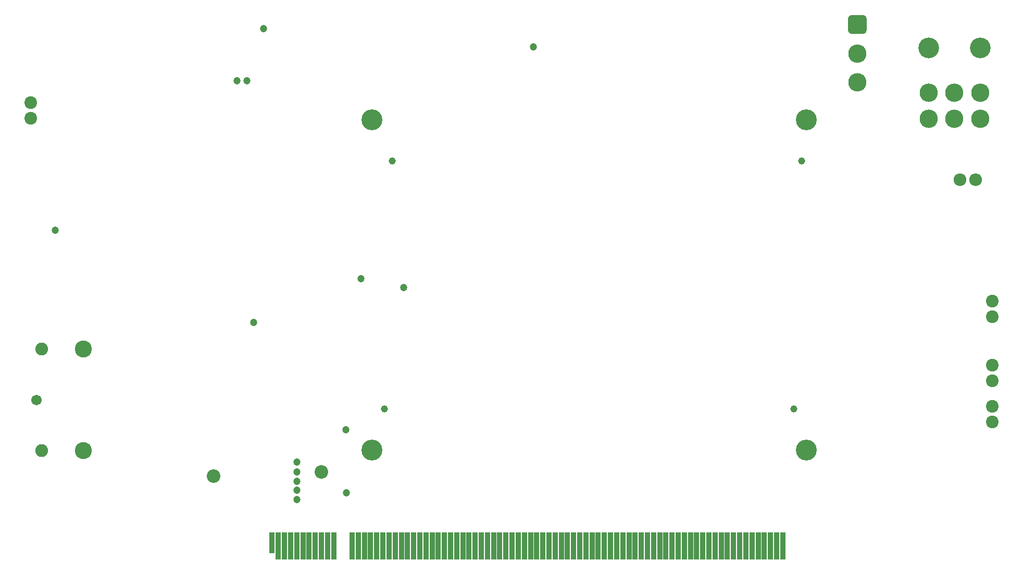
<source format=gbs>
G04*
G04 #@! TF.GenerationSoftware,Altium Limited,Altium Designer,25.2.1 (25)*
G04*
G04 Layer_Color=16711935*
%FSLAX44Y44*%
%MOMM*%
G71*
G04*
G04 #@! TF.SameCoordinates,1675D247-2589-475D-A358-125397F96DBE*
G04*
G04*
G04 #@! TF.FilePolarity,Negative*
G04*
G01*
G75*
%ADD90R,0.9032X4.4032*%
%ADD91R,0.9032X3.4032*%
%ADD92O,2.0532X2.0632*%
%ADD93O,2.0632X2.0532*%
%ADD94C,2.7682*%
%ADD95C,1.7032*%
%ADD96C,2.0782*%
%ADD97C,3.3532*%
%ADD98C,2.9782*%
%ADD99C,1.1500*%
%ADD100C,3.4000*%
G04:AMPARAMS|DCode=101|XSize=2.9782mm|YSize=2.9782mm|CornerRadius=0.4485mm|HoleSize=0mm|Usage=FLASHONLY|Rotation=270.000|XOffset=0mm|YOffset=0mm|HoleType=Round|Shape=RoundedRectangle|*
%AMROUNDEDRECTD101*
21,1,2.9782,2.0812,0,0,270.0*
21,1,2.0812,2.9782,0,0,270.0*
1,1,0.8970,-1.0406,-1.0406*
1,1,0.8970,-1.0406,1.0406*
1,1,0.8970,1.0406,1.0406*
1,1,0.8970,1.0406,-1.0406*
%
%ADD101ROUNDEDRECTD101*%
%ADD121C,1.2032*%
%ADD122C,2.2032*%
D90*
X990000Y35000D02*
D03*
X980000D02*
D03*
X1000000D02*
D03*
X960000D02*
D03*
X970000D02*
D03*
X1040000D02*
D03*
X1030000D02*
D03*
X1050000D02*
D03*
X1020000D02*
D03*
X1010000D02*
D03*
X880000D02*
D03*
X890000D02*
D03*
X900000D02*
D03*
X860000D02*
D03*
X870000D02*
D03*
X930000D02*
D03*
X940000D02*
D03*
X950000D02*
D03*
X910000D02*
D03*
X920000D02*
D03*
X1180000D02*
D03*
X1200000D02*
D03*
X1190000D02*
D03*
X1150000D02*
D03*
X1170000D02*
D03*
X1160000D02*
D03*
X1240000D02*
D03*
X1230000D02*
D03*
X1250000D02*
D03*
X1210000D02*
D03*
X1220000D02*
D03*
X1080000D02*
D03*
X1090000D02*
D03*
X1060000D02*
D03*
X850000D02*
D03*
X1070000D02*
D03*
X1130000D02*
D03*
X1140000D02*
D03*
X1110000D02*
D03*
X1100000D02*
D03*
X1120000D02*
D03*
X580000D02*
D03*
X570000D02*
D03*
X590000D02*
D03*
X550000D02*
D03*
X520000D02*
D03*
X560000D02*
D03*
X630000D02*
D03*
X640000D02*
D03*
X600000D02*
D03*
X620000D02*
D03*
X610000D02*
D03*
X450000D02*
D03*
X460000D02*
D03*
X430000D02*
D03*
X440000D02*
D03*
X510000D02*
D03*
X500000D02*
D03*
X480000D02*
D03*
X470000D02*
D03*
X490000D02*
D03*
X770000D02*
D03*
X790000D02*
D03*
X780000D02*
D03*
X750000D02*
D03*
X740000D02*
D03*
X760000D02*
D03*
X830000D02*
D03*
X820000D02*
D03*
X840000D02*
D03*
X810000D02*
D03*
X800000D02*
D03*
X670000D02*
D03*
X660000D02*
D03*
X680000D02*
D03*
X650000D02*
D03*
X720000D02*
D03*
X730000D02*
D03*
X700000D02*
D03*
X690000D02*
D03*
X710000D02*
D03*
D91*
X420000Y40000D02*
D03*
D92*
X1590484Y407174D02*
D03*
Y432574D02*
D03*
X1590500Y236300D02*
D03*
Y261700D02*
D03*
Y303550D02*
D03*
Y328950D02*
D03*
X27500Y755200D02*
D03*
Y729800D02*
D03*
D93*
X1538300Y630000D02*
D03*
X1563700D02*
D03*
D94*
X113500Y189750D02*
D03*
Y354750D02*
D03*
D95*
X36700Y272250D02*
D03*
D96*
X45700Y189750D02*
D03*
Y354750D02*
D03*
D97*
X1570980Y844140D02*
D03*
X1486980D02*
D03*
D98*
X1570980Y729140D02*
D03*
X1528980D02*
D03*
X1486980D02*
D03*
X1570980Y771140D02*
D03*
X1528980D02*
D03*
X1486980D02*
D03*
X1371500Y788060D02*
D03*
Y835060D02*
D03*
D99*
X1280950Y660350D02*
D03*
X1268250Y257650D02*
D03*
X602130Y257650D02*
D03*
X614830Y660350D02*
D03*
D100*
X1288250Y727250D02*
D03*
X581750Y190750D02*
D03*
Y727250D02*
D03*
X1288250Y190750D02*
D03*
D101*
X1371500Y882060D02*
D03*
D121*
X460000Y171000D02*
D03*
X390000Y398000D02*
D03*
X845000Y846000D02*
D03*
X540000Y224000D02*
D03*
X541000Y121000D02*
D03*
X460000Y155000D02*
D03*
Y140000D02*
D03*
Y125000D02*
D03*
Y110000D02*
D03*
X564000Y469000D02*
D03*
X634000Y455000D02*
D03*
X405736Y875264D02*
D03*
X67750Y548000D02*
D03*
X379000Y791000D02*
D03*
X363000D02*
D03*
D122*
X325000Y148000D02*
D03*
X500000Y155000D02*
D03*
M02*

</source>
